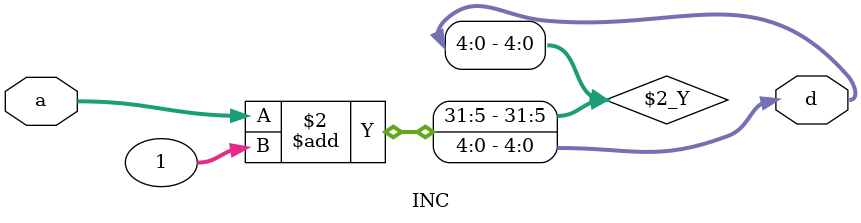
<source format=v>
`timescale 1ns / 1ns

module INC(a, d);
    // Parameter DATAWIDTH that describes the number of bits for the input a
    // and the output q
    parameter DATAWIDTH = 4;
    
    // Input and output declarations for the register module
    input [DATAWIDTH:0] a;
    output reg [DATAWIDTH:0] d;
    
    // Start the procedural code using an always block that is sensative
    // to the inputs "a" 
    always @(a) begin
        d <= a + 1;
    end
    
endmodule
</source>
